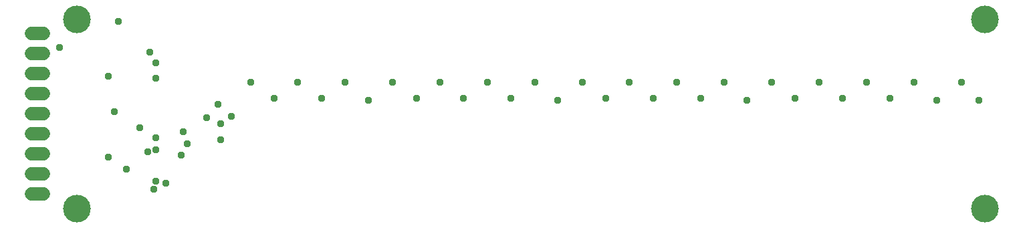
<source format=gbr>
G04 EAGLE Gerber RS-274X export*
G75*
%MOMM*%
%FSLAX34Y34*%
%LPD*%
%INSoldermask Bottom*%
%IPPOS*%
%AMOC8*
5,1,8,0,0,1.08239X$1,22.5*%
G01*
%ADD10C,3.503200*%
%ADD11C,1.727200*%
%ADD12C,0.959600*%


D10*
X1240000Y270000D03*
X1240000Y30000D03*
X90000Y270000D03*
X90000Y30000D03*
D11*
X47620Y48400D02*
X32380Y48400D01*
X32380Y73800D02*
X47620Y73800D01*
X47620Y99200D02*
X32380Y99200D01*
X32380Y124600D02*
X47620Y124600D01*
X47620Y150000D02*
X32380Y150000D01*
X32380Y175400D02*
X47620Y175400D01*
X47620Y200800D02*
X32380Y200800D01*
X32380Y226200D02*
X47620Y226200D01*
X47620Y251600D02*
X32380Y251600D01*
D12*
X286068Y147320D03*
X269240Y162172D03*
X68580Y233840D03*
X182880Y228600D03*
X142500Y267500D03*
X340000Y170000D03*
X272500Y137500D03*
X400000Y170000D03*
X254920Y145080D03*
X459021Y167602D03*
X225000Y127500D03*
X520000Y170000D03*
X190000Y120000D03*
X580000Y170000D03*
X272500Y117500D03*
X640000Y170000D03*
X230000Y112500D03*
X699021Y167602D03*
X190000Y105000D03*
X760000Y170000D03*
X222500Y97500D03*
X820000Y170000D03*
X130000Y95000D03*
X880000Y170000D03*
X152500Y80000D03*
X939021Y167602D03*
X187500Y55000D03*
X1000000Y170000D03*
X190000Y65000D03*
X1060000Y170000D03*
X202500Y62500D03*
X1120000Y170000D03*
X137500Y152500D03*
X1179021Y167602D03*
X170000Y132500D03*
X1232500Y167500D03*
X130000Y197500D03*
X180000Y102500D03*
X310000Y190000D03*
X1210000Y190000D03*
X1150000Y190000D03*
X1090000Y190000D03*
X1030000Y190000D03*
X970000Y190000D03*
X910000Y190000D03*
X850000Y190000D03*
X790000Y190000D03*
X730000Y190000D03*
X670000Y190000D03*
X610000Y190000D03*
X550000Y190000D03*
X490000Y190000D03*
X430000Y190000D03*
X370000Y190000D03*
X190000Y195000D03*
X190000Y215000D03*
M02*

</source>
